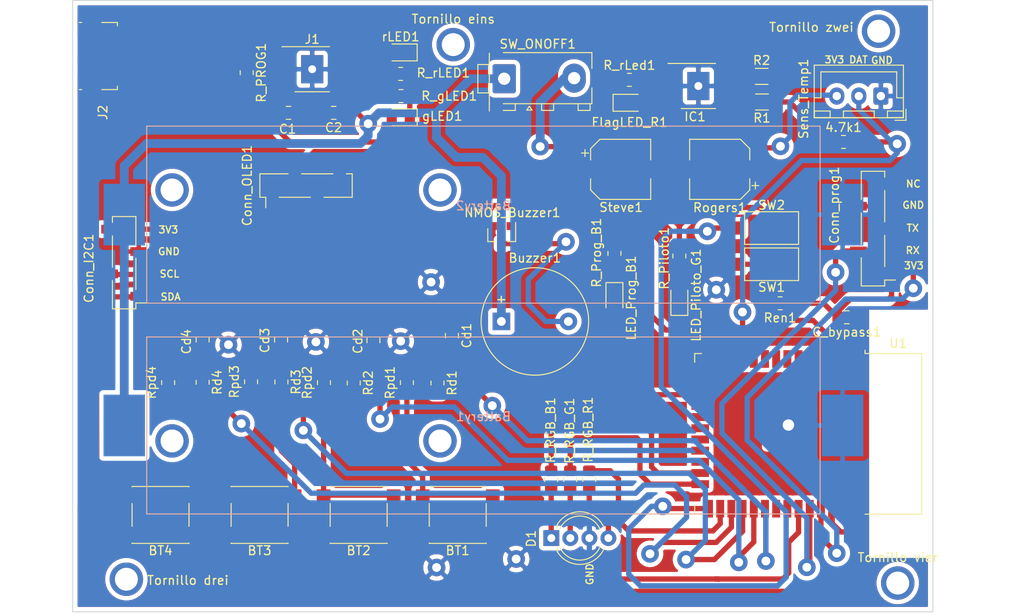
<source format=kicad_pcb>
(kicad_pcb (version 20211014) (generator pcbnew)
  (layers (0 "F.Cu" signal) (31 "B.Cu" signal) (34 "B.Paste" user) (35 "F.Paste" user) (36 "B.SilkS" user "B.Silkscreen") (37 "F.SilkS" user "F.Silkscreen") (38 "B.Mask" user) (39 "F.Mask" user) (44 "Edge.Cuts" user))
  (net 0 "")
  (net 1 "Net-(IC1-Pad7)")
  (net 2 "Net-(IC1-Pad8)")
  (net 3 "/3.3v")
  (net 4 "Net-(4.7k1-Pad2)")
  (net 5 "/Batt")
  (net 6 "GND")
  (net 7 "Net-(BT1-Pad2)")
  (net 8 "Net-(BT2-Pad2)")
  (net 9 "Net-(BT3-Pad2)")
  (net 10 "Net-(BT4-Pad2)")
  (net 11 "Net-(Buzzer1-Pad2)")
  (net 12 "Net-(C1-Pad1)")
  (net 13 "/Button1/Sw")
  (net 14 "/Button2 /Sw")
  (net 15 "/Button3/Sw")
  (net 16 "/Button4/Sw")
  (net 17 "Net-(Conn_I2C1-Pad2)")
  (net 18 "Net-(D1-Pad1)")
  (net 19 "Net-(D1-Pad2)")
  (net 20 "Net-(FlagLED_R1-Pad1)")
  (net 21 "Net-(FlagLED_R1-Pad2)")
  (net 22 "Net-(R_gLED1-Pad2)")
  (net 23 "Net-(J1-Pad2)")
  (net 24 "Net-(J1-Pad6)")
  (net 25 "Net-(J1-Pad7)")
  (net 26 "Net-(J1-Pad8)")
  (net 27 "Net-(J2-Pad3)")
  (net 28 "Net-(LED_Piloto_G1-Pad2)")
  (net 29 "Net-(LED_Prog_B1-Pad2)")
  (net 30 "Net-(LED_Prog_B1-Pad1)")
  (net 31 "Net-(NMOS_Buzzer1-Pad1)")
  (net 32 "Net-(R_RGB_B1-Pad2)")
  (net 33 "Net-(R_RGB_G1-Pad2)")
  (net 34 "Net-(R_RGB_R1-Pad2)")
  (net 35 "Net-(R_rLED1-Pad1)")
  (net 36 "Net-(Ren1-Pad2)")
  (net 37 "Net-(SW2-Pad1)")
  (net 38 "Net-(U1-Pad4)")
  (net 39 "Net-(U1-Pad5)")
  (net 40 "Net-(U1-Pad13)")
  (net 41 "Net-(U1-Pad14)")
  (net 42 "Net-(U1-Pad17)")
  (net 43 "Net-(U1-Pad18)")
  (net 44 "Net-(U1-Pad19)")
  (net 45 "Net-(U1-Pad20)")
  (net 46 "Net-(U1-Pad21)")
  (net 47 "Net-(U1-Pad22)")
  (net 48 "Net-(U1-Pad31)")
  (net 49 "Net-(U1-Pad32)")
  (net 50 "Net-(Conn_prog1-Pad5)")
  (net 51 "Net-(Conn_prog1-Pad3)")
  (net 52 "Net-(Conn_prog1-Pad2)")
  (net 53 "Net-(U1-Pad10)")
  (net 54 "Net-(U1-Pad37)")
  (net 55 "Net-(D1-Pad4)")
  (net 56 "Net-(U1-Pad6)")
  (net 57 "Net-(U1-Pad7)")
  (net 58 "Net-(U1-Pad8)")
  (net 59 "Net-(U1-Pad9)")
  (net 60 "Net-(Conn_I2C1-Pad1)")
  (footprint "Capacitor_SMD:C_0805_2012Metric_Pad1.18x1.45mm_HandSolder" (layer "F.Cu") (at 84.8614 129.2606 -90)
    (fp_text reference "Cd3")
    (fp_text value "0.1u")
  )
  (footprint "Capacitor_SMD:C_0805_2012Metric_Pad1.18x1.45mm_HandSolder" (layer "F.Cu") (at 85.7035 103.505)
    (fp_text reference "C1")
    (fp_text value "10u")
  )
  (footprint "Capacitor_SMD:C_0805_2012Metric_Pad1.18x1.45mm_HandSolder" (layer "F.Cu") (at 90.8265 103.505 180)
    (fp_text reference "C2")
    (fp_text value "10u")
  )
  (footprint "Package_SO:SOIC-8-1EP_3.9x4.9mm_P1.27mm_EP2.514x3.2mm" (layer "F.Cu") (at 88.392 98.552)
    (fp_text reference "J1")
    (fp_text value "TP4056")
  )
  (footprint "Resistor_SMD:R_0805_2012Metric_Pad1.20x1.40mm_HandSolder" (layer "F.Cu") (at 84.8995 134.0645 -90)
    (fp_text reference "Rd3")
    (fp_text value "1k")
  )
  (footprint "Resistor_SMD:R_0805_2012Metric_Pad1.20x1.40mm_HandSolder" (layer "F.Cu") (at 93.1037 134.1755 -90)
    (fp_text reference "Rd2")
    (fp_text value "1k")
  )
  (footprint "Resistor_SMD:R_0805_2012Metric_Pad1.20x1.40mm_HandSolder" (layer "F.Cu") (at 89.7255 134.1374 90)
    (fp_text reference "Rpd2")
    (fp_text value "10k")
  )
  (footprint "Resistor_SMD:R_0805_2012Metric_Pad1.20x1.40mm_HandSolder" (layer "F.Cu") (at 99.1362 134.1374 90)
    (fp_text reference "Rpd1")
    (fp_text value "10k")
  )
  (footprint "Resistor_SMD:R_0805_2012Metric_Pad1.20x1.40mm_HandSolder" (layer "F.Cu") (at 81.4578 134.0485 90)
    (fp_text reference "Rpd3")
    (fp_text value "10k")
  )
  (footprint "Connector_JST:JST_XH_B3B-XH-A_1x03_P2.50mm_Vertical" (layer "F.Cu") (at 152.908 101.6 180)
    (fp_text reference "Sens_Temp1")
    (fp_text value "DS18B20")
  )
  (footprint "Resistor_SMD:R_0805_2012Metric_Pad1.20x1.40mm_HandSolder" (layer "F.Cu") (at 141.4813 125.1331 180)
    (fp_text reference "Ren1")
    (fp_text value "10k")
  )
  (footprint "Resistor_SMD:R_0805_2012Metric_Pad1.20x1.40mm_HandSolder" (layer "F.Cu") (at 119.8245 145.145 90)
    (fp_text reference "R_RGB_R1")
    (fp_text value "180")
  )
  (footprint "Resistor_SMD:R_0805_2012Metric_Pad1.20x1.40mm_HandSolder" (layer "F.Cu") (at 117.6655 145.145 90)
    (fp_text reference "R_RGB_G1")
    (fp_text value "47")
  )
  (footprint "Resistor_SMD:R_0805_2012Metric_Pad1.20x1.40mm_HandSolder" (layer "F.Cu") (at 115.5065 145.145 90)
    (fp_text reference "R_RGB_B1")
    (fp_text value "47")
  )
  (footprint "Resistor_SMD:R_0805_2012Metric_Pad1.20x1.40mm_HandSolder" (layer "F.Cu") (at 122.682 119.4595 -90)
    (fp_text reference "R_Prog_B1")
    (fp_text value "47")
  )
  (footprint "Resistor_SMD:R_0805_2012Metric_Pad1.20x1.40mm_HandSolder" (layer "F.Cu") (at 130.048 119.761 -90)
    (fp_text reference "R_Piloto1")
    (fp_text value "180")
  )
  (footprint "Package_TO_SOT_SMD:SOT-23" (layer "F.Cu") (at 109.8931 117.3607 -90)
    (fp_text reference "NMOS_Buzzer1")
    (fp_text value "Q_NMOS_GSD")
  )
  (footprint "LED_SMD:LED_0805_2012Metric_Pad1.15x1.40mm_HandSolder" (layer "F.Cu") (at 122.682 124.6415 -90)
    (fp_text reference "LED_Prog_B1")
    (fp_text value "LED")
  )
  (footprint "LED_SMD:LED_0805_2012Metric_Pad1.15x1.40mm_HandSolder" (layer "F.Cu") (at 130.048 124.6415 90)
    (fp_text reference "LED_Piloto_G1")
    (fp_text value "LED")
  )
  (footprint "LED_THT:LED_D5.0mm-4_RGB_Wide_Pins" (layer "F.Cu") (at 115.5192 151.7904)
    (fp_text reference "D1")
    (fp_text value "LED_RGBC")
  )
  (footprint "Connector_PinSocket_2.54mm:PinSocket_1x05_P2.54mm_Vertical_SMD_Pin1Left" (layer "F.Cu") (at 152.019 116.6495 180)
    (fp_text reference "Conn_prog1")
    (fp_text value "Conn_01x05_Female")
  )
  (footprint "Buzzer_Beeper:Buzzer_12x9.5RM7.6" (layer "F.Cu") (at 109.855 127.1905)
    (fp_text reference "Buzzer1")
    (fp_text value "Buzzer")
  )
  (footprint "Resistor_SMD:R_0805_2012Metric_Pad1.20x1.40mm_HandSolder" (layer "F.Cu") (at 148.6695 106.807)
    (fp_text reference "4.7k1")
    (fp_text value "R_OneWire")
  )
  (footprint "Connector_TE-Connectivity:TE_MATE-N-LOK_1-770866-x_1x02_P4.14mm_Vertical" (layer "F.Cu") (at 113.03 99.568 90)
    (fp_text reference "SW_ONOFF1")
    (fp_text value "SW_Push")
  )
  (footprint "Button_Switch_SMD:SW_Push_1P1T_NO_6x6mm_H9.5mm" (layer "F.Cu") (at 71.1835 149.1615 180)
    (fp_text reference "BT4")
    (fp_text value "SW_Push")
  )
  (footprint "Button_Switch_SMD:SW_Push_1P1T_NO_6x6mm_H9.5mm" (layer "F.Cu") (at 82.423 149.1615 180)
    (fp_text reference "BT3")
    (fp_text value "SW_Push")
  )
  (footprint "Button_Switch_SMD:SW_Push_1P1T_NO_6x6mm_H9.5mm" (layer "F.Cu") (at 93.6625 149.1615 180)
    (fp_text reference "BT2")
    (fp_text value "SW_Push")
  )
  (footprint "Button_Switch_SMD:SW_Push_1P1T_NO_6x6mm_H9.5mm" (layer "F.Cu") (at 104.9025 149.1615 180)
    (fp_text reference "BT1")
    (fp_text value "SW_Push")
  )
  (footprint "Capacitor_SMD:CP_Elec_6.3x5.9" (layer "F.Cu") (at 134.626 109.9185 180)
    (fp_text reference "Rogers1")
    (fp_text value "47u")
  )
  (footprint "Resistor_SMD:R_0805_2012Metric_Pad1.20x1.40mm_HandSolder" (layer "F.Cu") (at 124.3805 99.7585)
    (fp_text reference "R_rLed1")
    (fp_text value "270")
  )
  (footprint "Resistor_SMD:R_1206_3216Metric_Pad1.30x1.75mm_HandSolder" (layer "F.Cu") (at 139.3825 99.3648)
    (fp_text reference "R2")
    (fp_text value "4.02k")
  )
  (footprint "Resistor_SMD:R_1206_3216Metric_Pad1.30x1.75mm_HandSolder" (layer "F.Cu") (at 139.4206 102.2731 180)
    (fp_text reference "R1")
    (fp_text value "6.98k")
  )
  (footprint "Package_SO:SOIC-8-1EP_3.9x4.9mm_P1.27mm_EP2.514x3.2mm" (layer "F.Cu") (at 132.207 100.457)
    (fp_text reference "IC1")
    (fp_text value "MIC37303YME")
  )
  (footprint "LED_SMD:LED_0805_2012Metric_Pad1.15x1.40mm_HandSolder" (layer "F.Cu") (at 124.3875 102.362)
    (fp_text reference "FlagLED_R1")
    (fp_text value "LED")
  )
  (footprint "Capacitor_SMD:CP_Elec_6.3x5.9" (layer "F.Cu") (at 123.3865 109.9185)
    (fp_text reference "Steve1")
    (fp_text value "47u")
  )
  (footprint "Resistor_SMD:R_0805_2012Metric_Pad1.20x1.40mm_HandSolder" (layer "F.Cu") (at 75.9587 134.0993 -90)
    (fp_text reference "Rd4")
    (fp_text value "1k")
  )
  (footprint "Resistor_SMD:R_0805_2012Metric_Pad1.20x1.40mm_HandSolder" (layer "F.Cu") (at 72.0471 134.1374 90)
    (fp_text reference "Rpd4")
    (fp_text value "10k")
  )
  (footprint "Capacitor_SMD:C_0805_2012Metric_Pad1.18x1.45mm_HandSolder" (layer "F.Cu") (at 75.9587 129.2606 -90)
    (fp_text reference "Cd4")
    (fp_text value "0.1u")
  )
  (footprint "Resistor_SMD:R_0805_2012Metric_Pad1.20x1.40mm_HandSolder" (layer "F.Cu") (at 102.6033 134.1755 -90)
    (fp_text reference "Rd1")
    (fp_text value "1k")
  )
  (footprint "Resistor_SMD:R_0805_2012Metric_Pad1.20x1.40mm_HandSolder" (layer "F.Cu") (at 98.4664 101.6)
    (fp_text reference "R_gLED1")
    (fp_text value "1k")
  )
  (footprint "LED_SMD:LED_0805_2012Metric_Pad1.15x1.40mm_HandSolder" (layer "F.Cu") (at 98.4414 104.013 180)
    (fp_text reference "gLED1")
    (fp_text value "LED")
  )
  (footprint "Resistor_SMD:R_0805_2012Metric_Pad1.20x1.40mm_HandSolder" (layer "F.Cu") (at 80.9625 98.949 -90)
    (fp_text reference "R_PROG1")
    (fp_text value "4.7k")
  )
  (footprint "LED_SMD:LED_0805_2012Metric_Pad1.15x1.40mm_HandSolder" (layer "F.Cu") (at 98.4414 96.647 180)
    (fp_text reference "rLED1")
    (fp_text value "LED")
  )
  (footprint "Connector_USB:USB_Micro-B_Molex_47346-0001" (layer "F.Cu") (at 64.5795 97.0534 -90)
    (fp_text reference "J2")
    (fp_text value "USB_B_Micro")
  )
  (footprint "MountingHole:MountingHole_2.2mm_M2_DIN965_Pad" (layer "F.Cu") (at 104.394 95.758)
    (fp_text reference "Tornillo eins")
    (fp_text value "MountingHole_2.2mm_M2_DIN965_Pad")
  )
  (footprint "MountingHole:MountingHole_2.2mm_M2_DIN965_Pad" (layer "F.Cu") (at 152.654 94.234)
    (fp_text reference "Tornillo zwei")
    (fp_text value "MountingHole_2.2mm_M2_DIN965_Pad")
  )
  (footprint "MountingHole:MountingHole_2.2mm_M2_DIN965_Pad" (layer "F.Cu") (at 67.31 156.464)
    (fp_text reference "Tornillo drei")
    (fp_text value "MountingHole_2.2mm_M2_DIN965_Pad")
  )
  (footprint "MountingHole:MountingHole_2.2mm_M2_DIN965_Pad" (layer "F.Cu") (at 154.8257 156.8958)
    (fp_text reference "Tornillo vier")
    (fp_text value "MountingHole_2.2mm_M2_DIN965_Pad")
  )
  (footprint "Button_Switch_SMD:SW_SPST_CK_RS282G05A3" (layer "F.Cu") (at 140.5128 120.7008 180)
    (fp_text reference "SW1")
    (fp_text value "SW_Push")
  )
  (footprint "Button_Switch_SMD:SW_SPST_CK_RS282G05A3" (layer "F.Cu") (at 140.5128 116.586)
    (fp_text reference "SW2")
    (fp_text value "SW_Push")
  )
  (footprint "Capacitor_SMD:C_0805_2012Metric_Pad1.18x1.45mm_HandSolder" (layer "F.Cu") (at 149.0384 126.7206 180)
    (fp_text reference "C_bypass1")
    (fp_text value "100pF")
  )
  (footprint "Connector_PinSocket_2.54mm:PinSocket_1x04_P2.54mm_Vertical_SMD_Pin1Left" (layer "F.Cu") (at 67.056 120.523 180)
    (fp_text reference "Conn_I2C1")
    (fp_text value "Conn_01x04_Female")
  )
  (footprint "Resistor_SMD:R_0805_2012Metric_Pad1.20x1.40mm_HandSolder" (layer "F.Cu") (at 98.4283 99.0854 180)
    (fp_text reference "R_rLED1")
    (fp_text value "1k")
  )
  (footprint "Capacitor_SMD:C_0805_2012Metric_Pad1.18x1.45mm_HandSolder" (layer "F.Cu") (at 104.2416 128.8034 -90)
    (fp_text reference "Cd1")
    (fp_text value "0.1u")
  )
  (footprint "Connector_PinSocket_2.54mm:PinSocket_1x04_P2.54mm_Vertical_SMD_Pin1Left" (layer "F.Cu") (at 87.6935 111.76 90)
    (fp_text reference "Conn_OLED1")
    (fp_text value "Conn_01x04_Female")
  )
  (footprint "Connector_Pin:Pin_D1.0mm_L10.0mm" (layer "F.Cu") (at 133.223 116.9543)
    (fp_text reference "REF**")
    (fp_text value "Pin_D1.0mm_L10.0mm")
  )
  (footprint "Connector_Pin:Pin_D1.0mm_L10.0mm" (layer "F.Cu") (at 80.3529 138.7856)
    (fp_text reference "REF**")
    (fp_text value "Pin_D1.0mm_L10.0mm")
  )
  (footprint "Connector_Pin:Pin_D1.0mm_L10.0mm" (layer "F.Cu") (at 141.5161 107.3023)
    (fp_text reference "REF**")
    (fp_text value "Pin_D1.0mm_L10.0mm")
  )
  (footprint "Connector_Pin:Pin_D1.0mm_L10.0mm" (layer "F.Cu") (at 137.2108 126.1237)
    (fp_text reference "REF**")
    (fp_text value "Pin_D1.0mm_L10.0mm")
  )
  (footprint "Connector_Pin:Pin_D1.0mm_L10.0mm" (layer "F.Cu") (at 144.5133 155.1051)
    (fp_text reference "REF**")
    (fp_text value "Pin_D1.0mm_L10.0mm")
  )
  (footprint "Connector_Pin:Pin_D1.0mm_L10.0mm" (layer "F.Cu") (at 117.1829 118.1481)
    (fp_text reference "REF**")
    (fp_text value "Pin_D1.0mm_L10.0mm")
  )
  (footprint "Connector_Pin:Pin_D1.0mm_L10.0mm" (layer "F.Cu") (at 114.2619 107.3404)
    (fp_text reference "REF**")
    (fp_text value "Pin_D1.0mm_L10.0mm")
  )
  (footprint "Connector_Pin:Pin_D1.0mm_L10.0mm" (layer "F.Cu") (at 147.9042 153.5049)
    (fp_text reference "REF**")
    (fp_text value "Pin_D1.0mm_L10.0mm")
  )
  (footprint "Connector_Pin:Pin_D1.0mm_L10.0mm" (layer "F.Cu") (at 154.7622 107.0229)
    (fp_text reference "REF**")
    (fp_text value "Pin_D1.0mm_L10.0mm")
  )
  (footprint "Connector_Pin:Pin_D1.0mm_L10.0mm" (layer "F.Cu") (at 130.81 154.2288)
    (fp_text reference "REF**")
    (fp_text value "Pin_D1.0mm_L10.0mm")
  )
  (footprint "Connector_Pin:Pin_D1.0mm_L10.0mm" (layer "F.Cu") (at 139.8651 154.3939)
    (fp_text reference "REF**")
    (fp_text value "Pin_D1.0mm_L10.0mm")
  )
  (footprint "Connector_Pin:Pin_D1.0mm_L10.0mm" (layer "F.Cu") (at 87.3887 139.5603)
    (fp_text reference "REF**")
    (fp_text value "Pin_D1.0mm_L10.0mm")
  )
  (footprint "Connector_Pin:Pin_D1.0mm_L10.0mm" (layer "F.Cu") (at 128.1684 148.1836)
    (fp_text reference "REF**")
    (fp_text value "Pin_D1.0mm_L10.0mm")
  )
  (footprint "Connector_Pin:Pin_D1.0mm_L10.0mm" (layer "F.Cu") (at 108.8263 136.7536)
    (fp_text reference "REF**")
    (fp_text value "Pin_D1.0mm_L10.0mm")
  )
  (footprint "Connector_Pin:Pin_D1.0mm_L10.0mm" (layer "F.Cu") (at 96.0882 138.2776)
    (fp_text reference "REF**")
    (fp_text value "Pin_D1.0mm_L10.0mm")
  )
  (footprint "Connector_Pin:Pin_D1.0mm_L10.0mm" (layer "F.Cu") (at 126.7206 153.5811)
    (fp_text reference "REF**")
    (fp_text value "Pin_D1.0mm_L10.0mm")
  )
  (footprint "Connector_Pin:Pin_D1.0mm_L10.0mm" (layer "F.Cu") (at 136.7917 154.5463)
    (fp_text reference "REF**")
    (fp_text value "Pin_D1.0mm_L10.0mm")
  )
  (footprint "RF_Module:ESP32-WROOM-32" (layer "F.Cu") (at 141.6685 139.954 -90)
    (fp_text reference "U1")
    (fp_text value "ESP32-WROOM-32")
  )
  (footprint "Connector_Pin:Pin_D1.0mm_L10.0mm" (layer "F.Cu") (at 147.7772 121.6152)
    (fp_text reference "REF**")
    (fp_text value "Pin_D1.0mm_L10.0mm")
  )
  (footprint "Connector_Pin:Pin_D1.0mm_L10.0mm" (layer "F.Cu") (at 156.591 123.4186)
    (fp_text reference "REF**")
    (fp_text value "Pin_D1.0mm_L10.0mm")
  )
  (footprint "Connector_Pin:Pin_D1.0mm_L10.0mm" (layer "F.Cu") (at 78.8924 129.8321)
    (fp_text reference "REF**")
    (fp_text value "Pin_D1.0mm_L10.0mm")
  )
  (footprint "Connector_Pin:Pin_D1.0mm_L10.0mm" (layer "F.Cu") (at 88.8111 129.5146)
    (fp_text reference "REF**")
    (fp_text value "Pin_D1.0mm_L10.0mm")
  )
  (footprint "Connector_Pin:Pin_D1.0mm_L10.0mm" (layer "F.Cu") (at 134.239 123.5964)
    (fp_text reference "REF**")
    (fp_text value "Pin_D1.0mm_L10.0mm")
  )
  (footprint "Connector_Pin:Pin_D1.0mm_L10.0mm" (layer "F.Cu") (at 98.4377 129.4257)
    (fp_text reference "REF**")
    (fp_text value "Pin_D1.0mm_L10.0mm")
  )
  (footprint "Capacitor_SMD:C_0805_2012Metric_Pad1.18x1.45mm_HandSolder" (layer "F.Cu") (at 95.3389 129.3495 -90)
    (fp_text reference "Cd2")
    (fp_text value "0.1u")
  )
  (footprint "Connector_Pin:Pin_D1.0mm_L10.0mm" (layer "F.Cu") (at 101.8794 122.7201)
    (fp_text reference "REF**")
    (fp_text value "Pin_D1.0mm_L10.0mm")
  )
  (footprint "Connector_Pin:Pin_D1.0mm_L10.0mm" (layer "F.Cu") (at 111.5314 154.1653)
    (fp_text reference "REF**")
    (fp_text value "Pin_D1.0mm_L10.0mm")
  )
  (footprint "Connector_Pin:Pin_D1.0mm_L10.0mm" (layer "F.Cu") (at 102.5017 155.1305)
    (fp_text reference "REF**")
    (fp_text value "Pin_D1.0mm_L10.0mm")
  )
  (footprint "Connector_Pin:Pin_D1.0mm_L10.0mm" (layer "F.Cu") (at 94.742 104.7369)
    (fp_text reference "REF**")
    (fp_text value "Pin_D1.0mm_L10.0mm")
  )
  (footprint "Battery:BatteryHolder_MPD_BH-18650-PC2" (layer "B.Cu") (at 71.8185 115.062)
    (fp_text reference "Battery2")
    (fp_text value "Battery_Cell")
  )
  (footprint "Battery:BatteryHolder_MPD_BH-18650-PC2" (layer "B.Cu") (at 71.8185 139.0015)
    (fp_text reference "Battery1")
    (fp_text value "Battery_Cell")
  )
  (gr_line (start 158.8135 90.7415) (end 158.8135 160.1625) (layer "Edge.Cuts") (width 0.1))
  (gr_line (start 61.214 160.1625) (end 61.214 90.7415) (layer "Edge.Cuts") (width 0.1))
  (gr_line (start 61.214 90.7415) (end 158.8135 90.7415) (layer "Edge.Cuts") (width 0.1))
  (gr_line (start 158.8135 160.1625) (end 61.214 160.1625) (layer "Edge.Cuts") (width 0.1))
  (gr_text "NC" (at 156.591 111.5695) (layer "F.SilkS") (effects (font (size 0.8 0.8))))
  (gr_text "TX" (at 156.5275 116.586) (layer "F.SilkS") (effects (font (size 0.8 0.8))))
  (gr_text "RX" (at 156.5275 119.126) (layer "F.SilkS") (effects (font (size 0.8 0.8))))
  (gr_text "3V3" (at 156.6545 120.8532) (layer "F.SilkS") (effects (font (size 0.8 0.8))))
  (gr_text "3V3" (at 147.6375 97.4725) (layer "F.SilkS") (effects (font (size 0.8 0.8))))
  (gr_text "GND" (at 153.035 97.536) (layer "F.SilkS") (effects (font (size 0.8 0.8))))
  (gr_text "DAT" (at 150.368 97.4725) (layer "F.SilkS") (effects (font (size 0.8 0.8))))
  (gr_text "GND" (at 72.136 119.253) (layer "F.SilkS") (effects (font (size 0.8 0.8))))
  (gr_text "3V3" (at 72.0725 116.7765) (layer "F.SilkS") (effects (font (size 0.8 0.8))))
  (gr_text "SCL" (at 72.1995 121.793) (layer "F.SilkS") (effects (font (size 0.8 0.8))))
  (gr_text "SDA" (at 72.3265 124.3965) (layer "F.SilkS") (effects (font (size 0.8 0.8))))
  (gr_text "GND" (at 119.888 155.8925 90) (layer "F.SilkS") (effects (font (size 0.8 0.8))))
  (gr_text "GND" (at 156.591 113.9825) (layer "F.SilkS") (effects (font (size 0.8 0.8))))
  (segment (start 137.6299 99.3648) (end 137.1727 99.822) (width 0.6) (layer "F.Cu") (net 1))
  (segment (start 137.8706 102.2731) (end 137.8706 99.4029) (width 0.6) (layer "F.Cu") (net 1))
  (segment (start 137.8706 99.4029) (end 137.8325 99.3648) (width 0.6) (layer "F.Cu") (net 1))
  (segment (start 137.8325 99.3648) (end 137.6299 99.3648) (width 0.6) (layer "F.Cu") (net 1))
  (segment (start 137.1727 99.822) (end 134.8445 99.822) (width 0.6) (layer "F.Cu") (net 1))
  (segment (start 125.3805 97.9363) (end 126.7968 96.52) (width 0.6) (layer "F.Cu") (net 2))
  (segment (start 134.8445 97.0493) (end 134.8445 98.552) (width 0.6) (layer "F.Cu") (net 2))
  (segment (start 125.3805 99.7585) (end 125.3805 97.9363) (width 0.6) (layer "F.Cu") (net 2))
  (segment (start 126.7968 96.52) (end 134.3152 96.52) (width 0.6) (layer "F.Cu") (net 2))
  (segment (start 134.3152 96.52) (end 134.8445 97.0493) (width 0.6) (layer "F.Cu") (net 2))
  (segment (start 91.7321 131.7752) (end 91.7321 126.238) (width 0.6) (layer "F.Cu") (net 3))
  (segment (start 144.4244 104.14) (end 144.4244 106.172) (width 0.6) (layer "F.Cu") (net 3))
  (segment (start 72.0471 128.0033) (end 73.8124 126.238) (width 0.6) (layer "F.Cu") (net 3))
  (segment (start 142.6464 102.362) (end 144.4244 104.14) (width 0.6) (layer "F.Cu") (net 3))
  (segment (start 139.192 114.2492) (end 141.478 116.5352) (width 0.6) (layer "F.Cu") (net 3))
  (segment (start 142.6083 102.2731) (end 142.6464 102.3112) (width 0.6) (layer "F.Cu") (net 3))
  (segment (start 99.1362 133.1374) (end 99.1362 132.9817) (width 0.6) (layer "F.Cu") (net 3))
  (segment (start 144.4244 106.172) (end 145.0594 106.807) (width 0.6) (layer "F.Cu") (net 3))
  (segment (start 83.7692 126.238) (end 91.0336 126.238) (width 0.6) (layer "F.Cu") (net 3))
  (segment (start 99.3648 126.238) (end 96.9772 126.238) (width 0.6) (layer "F.Cu") (net 3))
  (segment (start 86.4235 115.062) (end 84.7725 116.713) (width 0.6) (layer "F.Cu") (net 3))
  (segment (start 130.048 118.761) (end 130.048 116.332) (width 0.6) (layer "F.Cu") (net 3))
  (segment (start 135.3312 114.2492) (end 139.192 114.2492) (width 0.6) (layer "F.Cu") (net 3))
  (segment (start 73.8124 126.238) (end 81.661 126.238) (width 0.6) (layer "F.Cu") (net 3))
  (segment (start 141.3376 107.4808) (end 141.5161 107.3023) (width 0.6) (layer "F.Cu") (net 3))
  (segment (start 140.176 103.5116) (end 140.5951 103.5116) (width 0.6) (layer "F.Cu") (net 3))
  (segment (start 91.7321 126.238) (end 91.0336 126.238) (width 0.6) (layer "F.Cu") (net 3))
  (segment (start 88.6343 107.8992) (end 86.4235 110.11) (width 0.6) (layer "F.Cu") (net 3))
  (segment (start 148.0009 126.7206) (end 148.0009 126.1032) (width 0.6) (layer "F.Cu") (net 3))
  (segment (start 145.0594 106.807) (end 147.6695 106.807) (width 0.6) (layer "F.Cu") (net 3))
  (segment (start 138.7341 108.6104) (end 138.7341 107.4808) (width 0.6) (layer "F.Cu") (net 3))
  (segment (start 105.9688 117.094) (end 109.0168 114.046) (width 0.6) (layer "F.Cu") (net 3))
  (segment (start 148.6535 128.4224) (end 148.0009 127.7698) (width 0.6) (layer "F.Cu") (net 3))
  (segment (start 90.1192 133.0993) (end 90.408 133.0993) (width 0.6) (layer "F.Cu") (net 3))
  (segment (start 137.426 109.9185) (end 138.7341 108.6104) (width 0.6) (layer "F.Cu") (net 3))
  (segment (start 101.1936 128.0668) (end 99.3648 126.238) (width 0.6) (layer "F.Cu") (net 3))
  (segment (start 154.1272 122.1877) (end 153.669 121.7295) (width 0.6) (layer "F.Cu") (net 3))
  (segment (start 95.6564 121.6152) (end 95.6564 108.9152) (width 0.6) (layer "F.Cu") (net 3))
  (segment (start 86.4235 110.11) (end 86.4235 115.062) (width 0.6) (layer "F.Cu") (net 3))
  (segment (start 139.4968 104.1908) (end 140.176 103.5116) (width 0.6) (layer "F.Cu") (net 3))
  (segment (start 149.4409 124.6632) (end 153.7716 124.6632) (width 0.6) (layer "F.Cu") (net 3))
  (segment (start 95.6564 121.666) (end 100.2284 117.094) (width 0.6) (layer "F.Cu") (net 3))
  (segment (start 141.478 116.5479) (end 142.4813 117.5512) (width 0.6) (layer "F.Cu") (net 3))
  (segment (start 127.762 114.046) (end 130.048 116.332) (width 0.6) (layer "F.Cu") (net 3))
  (segment (start 94.6404 107.8992) (end 88.6343 107.8992) (width 0.6) (layer "F.Cu") (net 3))
  (segment (start 138.7341 107.4808) (end 138.7341 104.3425) (width 0.6) (layer "F.Cu") (net 3))
  (segment (start 130.048 116.332) (end 132.1308 114.2492) (width 0.6) (layer "F.Cu") (net 3))
  (segment (start 135.2804 104.1908) (end 138.5824 104.1908) (width 0.6) (layer "F.Cu") (net 3))
  (segment (start 100.2284 117.094) (end 105.9688 117.094) (width 0.6) (layer "F.Cu") (net 3))
  (segment (start 146.4134 125.1331) (end 148.0009 126.7206) (width 0.6) (layer "F.Cu") (net 3))
  (segment (start 90.408 133.0993) (end 91.7321 131.7752) (width 0.6) (layer "F.Cu") (net 3))
  (segment (start 132.1308 114.2492) (end 135.3312 114.2492) (width 0.6) (layer "F.Cu") (net 3))
  (segment (start 134.8445 102.362) (end 134.8445 103.7549) (width 0.6) (layer "F.Cu") (net 3))
  (segment (start 154.1272 124.3076) (end 154.1272 122.1877) (width 0.6) (layer "F.Cu") (net 3))
  (segment (start 148.6535 131.454) (end 148.6535 128.4224) (width 0.6) (layer "F.Cu") (net 3))
  (segment (start 141.478 116.5352) (end 141.478 116.5479) (width 0.6) (layer "F.Cu") (net 3))
  (segment (start 72.0471 133.1374) (end 72.0471 128.0033) (width 0.6) (layer "F.Cu") (net 3))
  (segment (start 96.9772 126.238) (end 91.7321 126.238) (width 0.6) (layer "F.Cu") (net 3))
  (segment (start 148.0009 127.7698) (end 148.0009 126.7206) (width 0.6) (layer "F.Cu") (net 3))
  (segment (start 142.4813 117.5512) (end 142.4813 125.1331) (width 0.6) (layer "F.Cu") (net 3))
  (segment (start 81.4578 126.4412) (end 81.661 126.238) (width 0.6) (layer "F.Cu") (net 3))
  (segment (start 101.1936 130.9243) (end 101.1936 128.0668) (width 0.6) (layer "F.Cu") (net 3))
  (segment (start 142.4813 125.1331) (end 146.4134 125.1331) (width 0.6) (layer "F.Cu") (net 3))
  (segment (start 81.661 126.238) (end 83.7692 126.238) (width 0.6) (layer "F.Cu") (net 3))
  (segment (start 91.0336 126.238) (end 95.6564 121.6152) (width 0.6) (layer "F.Cu") (net 3))
  (segment (start 148.547 131.3475) (end 148.6535 131.454) (width 0.6) (layer "F.Cu") (net 3))
  (segment (start 99.1362 132.9817) (end 101.1936 130.9243) (width 0.6) (layer "F.Cu") (net 3))
  (segment (start 140.9706 103.1361) (end 140.9706 102.2731) (width 0.6) (layer "F.Cu") (net 3))
  (segment (start 138.7341 107.4808) (end 141.3376 107.4808) (width 0.6) (layer "F.Cu") (net 3))
  (segment (start 84.7725 116.713) (end 65.406 116.713) (width 0.6) (layer "F.Cu") (net 3))
  (segment (start 140.9706 102.2731) (end 142.6083 102.2731) (width 0.6) (layer "F.Cu") (net 3))
  (segment (start 109.0168 114.046) (end 127.762 114.046) (width 0.6) (layer "F.Cu") (net 3))
  (segment (start 135.3312 114.2492) (end 137.426 112.1544) (width 0.6) (layer "F.Cu") (net 3))
  (segment (start 95.6564 121.6152) (end 95.6564 121.666) (width 0.6) (layer "F.Cu") (net 3))
  (segment (start 134.8445 101.092) (end 134.8445 102.362) (width 0.6) (layer "F.Cu") (net 3))
  (segment (start 138.7341 104.3425) (end 138.5824 104.1908) (width 0.6) (layer "F.Cu") (net 3))
  (segment (start 153.7716 124.6632) (end 154.1272 124.3076) (width 0.6) (layer "F.Cu") (net 3))
  (segment (start 95.6564 108.9152) (end 94.6404 107.8992) (width 0.6) (layer "F.Cu") (net 3))
  (segment (start 137.426 112.1544) (end 137.426 109.9185) (width 0.6) (layer "F.Cu") (net 3))
  (segment (start 138.5824 104.1908) (end 139.4968 104.1908) (width 0.6) (layer "F.Cu") (net 3))
  (segment (start 148.0009 126.1032) (end 149.4409 124.6632) (width 0.6) (layer "F.Cu") (net 3))
  (segment (start 140.5951 103.5116) (end 140.9706 103.1361) (width 0.6) (layer "F.Cu") (net 3))
  (segment (start 134.8445 103.7549) (end 135.2804 104.1908) (width 0.6) (layer "F.Cu") (net 3))
  (segment (start 81.4578 133.0485) (end 81.4578 126.4412) (width 0.6) (layer "F.Cu") (net 3))
  (segment (start 142.6464 102.362) (end 142.6464 102.3112) (width 0.6) (layer "F.Cu") (net 3))
  (segment (start 147.908 101.6) (end 147.8064 101.4984) (width 0.6) (layer "B.Cu") (net 3))
  (segment (start 143.4338 101.4984) (end 142.5956 102.3366) (width 0.6) (layer "B.Cu") (net 3))
  (segment (start 142.5956 106.2228) (end 141.5161 107.3023) (width 0.6) (layer "B.Cu") (net 3))
  (segment (start 147.8064 101.4984) (end 143.4338 101.4984) (width 0.6) (layer "B.Cu") (net 3))
  (segment (start 142.5956 102.3366) (end 142.5956 106.2228) (width 0.6) (layer "B.Cu") (net 3))
  (segment (start 149.6695 106.807) (end 154.5463 106.807) (width 0.6) (layer "F.Cu") (net 4))
  (segment (start 137.2235 126.238) (end 137.4013 126.0602) (width 0.6) (layer "F.Cu") (net 4))
  (segment (start 154.5463 106.807) (end 154.7622 107.0229) (width 0.6) (layer "F.Cu") (net 4))
  (segment (start 137.2235 131.454) (end 137.2235 126.1364) (width 0.6) (layer "F.Cu") (net 4))
  (segment (start 137.2235 126.1364) (end 137.2108 126.1237) (width 0.6) (layer "F.Cu") (net 4))
  (segment (start 137.2235 115.6081) (end 143.9164 108.9152) (width 0.6) (layer "B.Cu") (net 4))
  (segment (start 150.408 103.1132) (end 151.9936 104.6988) (width 0.6) (layer "B.Cu") (net 4))
  (segment (start 137.2235 126.111) (end 137.2108 126.1237) (width 0.6) (layer "B.Cu") (net 4))
  (segment (start 154.3304 107.0229) (end 154.7622 107.0229) (width 0.6) (layer "B.Cu") (net 4))
  (segment (start 137.2235 115.6081) (end 137.2235 126.111) (width 0.6) (layer "B.Cu") (net 4))
  (segment (start 153.9113 108.9152) (end 154.7622 108.0643) (width 0.6) (layer "B.Cu") (net 4))
  (segment (start 143.9164 108.9152) (end 153.9113 108.9152) (width 0.6) (layer "B.Cu") (net 4))
  (segment (start 154.7622 108.0643) (end 154.7622 107.0229) (width 0.6) (layer "B.Cu") (net 4))
  (segment (start 152.0063 104.6988) (end 154.3304 107.0229) (width 0.6) (layer "B.Cu") (net 4))
  (segment (start 150.408 101.6) (end 150.408 103.1132) (width 0.6) (layer "B.Cu") (net 4))
  (segment (start 151.9936 104.6988) (end 152.0063 104.6988) (width 0.6) (layer "B.Cu") (net 4))
  (segment (start 93.5101 103.505) (end 94.742 104.7369) (width 0.6) (layer "F.Cu") (net 5))
  (segment (start 91.821 101.2485) (end 91.821 103.462) (width 0.6) (layer "F.Cu") (net 5))
  (segment (start 91.0295 100.457) (end 91.821 101.2485) (width 0.6) (layer "F.Cu") (net 5))
  (segment (start 91.821 103.462) (end 91.864 103.505) (width 0.6) (layer "F.Cu") (net 5))
  (segment (start 91.864 103.505) (end 93.5101 103.505) (width 0.6) (layer "F.Cu") (net 5))
  (segment (start 94.742 106.1085) (end 94.742 104.7369) (width 1) (layer "B.Cu") (net 5))
  (segment (start 102.489 106.299) (end 104.7496 108.5596) (width 1) (layer "B.Cu") (net 5))
  (segment (start 95.9739 103.505) (end 97.155 103.505) (width 1) (layer "B.Cu") (net 5))
  (segment (start 94.742 104.7369) (end 95.9739 103.505) (width 1) (layer "B.Cu") (net 5))
  (segment (start 69.6087 106.9848) (end 93.8657 106.9848) (width 1) (layer "B.Cu") (net 5))
  (segment (start 104.7496 108.5596) (end 107.7468 108.5596) (width 1) (layer "B.Cu") (net 5))
  (segment (start 93.8657 106.9848) (end 94.742 106.1085) (width 1) (layer "B.Cu") (net 5))
  (segment (start 67.0685 139.0015) (end 67.0685 115.062) (width 1) (layer "B.Cu") (net 5))
  (segment (start 97.155 103.505) (end 102.489 103.505) (width 1) (layer "B.Cu") (net 5))
  (segment (start 67.0685 109.525) (end 69.6087 106.9848) (width 1) (layer "B.Cu") (net 5))
  (segment (start 109.855 110.6678) (end 109.855 127.1905) (width 1) (layer "B.Cu") (net 5))
  (segment (start 102.489 103.505) (end 102.489 106.299) (width 1) (layer "B.Cu") (net 5))
  (segment (start 107.7468 108.5596) (end 109.855 110.6678) (width 1) (layer "B.Cu") (net 5))
  (segment (start 102.489 103.505) (end 106.3625 99.6315) (width 1) (layer "B.Cu") (net 5))
  (segment (start 67.0685 115.062) (end 67.0685 109.525) (width 1) (layer "B.Cu") (net 5))
  (segment (start 106.3625 99.6315) (end 110.1725 99.6315) (width 1) (layer "B.Cu") (net 5))
  (segment (start 66.0395 98.3534) (end 66.0395 99.6559) (width 0.6) (layer "F.Cu") (net 6))
  (segment (start 66.0395 98.3534) (end 68.2925 98.3534) (width 0.6) (layer "F.Cu") (net 6))
  (segment (start 66.0395 98.3534) (end 66.0395 99.4559) (width 0.25) (layer "F.Cu") (net 6))
  (segment (start 66.0395 98.3534) (end 67.8988 98.3534) (width 0.25) (layer "F.Cu") (net 6))
  (segment (start 66.0395 99.4559) (end 65.9545 99.5409) (width 0.25) (layer "F.Cu") (net 6))
  (segment (start 66.0395 99.6559) (end 65.9545 99.7409) (width 0.6) (layer "F.Cu") (net 6))
  (segment (start 119.8372 151.7904) (end 119.8372 149.6314) (width 0.6) (layer "B.Cu") (net 6))
  (segment (start 119.8372 149.6314) (end 119.8118 149.606) (width 0.6) (layer "B.Cu") (net 6))
  (segment (start 119.8372 151.7904) (end 119.8372 153.9367) (width 0.6) (layer "B.Cu") (net 6))
  (segment (start 100.9275 144.7171) (end 100.9275 146.9115) (width 0.6) (layer "F.Cu") (net 7))
  (segment (start 99.1362 142.9893) (end 99.1362 135.1374) (width 0.6) (layer "F.Cu") (net 7))
  (segment (start 100.864 144.7171) (end 99.1362 142.9893) (width 0.6) (layer "F.Cu") (net 7))
  (segment (start 99.1743 135.1755) (end 99.1362 135.1374) (width 0.6) (layer "F.Cu") (net 7))
  (segment (start 100.9275 146.9115) (end 108.8775 146.9115) (width 0.6) (layer "F.Cu") (net 7))
  (segment (start 102.6033 135.1755) (end 99.1743 135.1755) (width 0.6) (layer "F.Cu") (net 7))
  (segment (start 100.9275 144.7171) (end 100.864 144.7171) (width 0.6) (layer "F.Cu") (net 7))
  (segment (start 89.6875 143.1289) (end 89.6875 146.9115) (width 0.6) (layer "F.Cu") (net 8))
  (segment (start 93.1037 135.1755) (end 90.1954 135.1755) (width 0.6) (layer "F.Cu") (net 8))
  (segment (start 89.6875 146.9115) (end 97.6375 146.9115) (width 0.6) (layer "F.Cu") (net 8))
  (segment (start 90.1954 135.1755) (end 90.1192 135.0993) (width 0.6) (layer "F.Cu") (net 8))
  (segment (start 89.7161 135.0993) (end 89.6875 135.1279) (width 0.6) (layer "F.Cu") (net 8))
  (segment (start 90.1192 135.0993) (end 89.7161 135.0993) (width 0.6) (layer "F.Cu") (net 8))
  (segment (start 89.6875 135.1279) (end 89.6875 143.1289) (width 0.6) (layer "F.Cu") (net 8))
  (segment (start 86.398 143.3956) (end 86.398 146.9115) (width 0.6) (layer "F.Cu") (net 9))
  (segment (start 81.4738 135.0645) (end 81.4578 135.0485) (width 0.6) (layer "F.Cu") (net 9))
  (segment (start 84.8995 141.8971) (end 86.398 143.3956) (width 0.6) (layer "F.Cu") (net 9))
  (segment (start 78.448 146.9115) (end 86.398 146.9115) (width 0.6) (layer "F.Cu") (net 9))
  (segment (start 84.8995 135.0645) (end 81.4738 135.0645) (width 0.6) (layer "F.Cu") (net 9))
  (segment (start 84.8995 135.0645) (end 84.8995 141.8971) (width 0.6) (layer "F.Cu") (net 9))
  (segment (start 75.9206 135.1374) (end 75.9587 135.0993) (width 0.6) (layer "F.Cu") (net 10))
  (segment (start 75.1585 143.9927) (end 75.1585 146.9115) (width 0.6) (layer "F.Cu") (net 10))
  (segment (start 75.9587 135.0993) (end 75.9587 143.1925) (width 0.6) (layer "F.Cu") (net 10))
  (segment (start 75.9587 143.1925) (end 75.1585 143.9927) (width 0.6) (layer "F.Cu") (net 10))
  (segment (start 72.0471 135.1374) (end 75.9206 135.1374) (width 0.6) (layer "F.Cu") (net 10))
  (segment (start 67.2085 146.9115) (end 75.1585 146.9115) (width 0.6) (layer "F.Cu") (net 10))
  (segment (start 109.8931 118.3607) (end 116.9703 118.3607) (width 0.6) (layer "F.Cu") (net 11))
  (segment (start 116.9703 118.3607) (end 117.1829 118.1481) (width 0.6) (layer "F.Cu") (net 11))
  (segment (start 112.903 122.428) (end 117.1829 118.1481) (width 0.6) (layer "B.Cu") (net 11))
  (segment (start 112.903 125.1966) (end 112.903 122.428) (width 0.6) (layer "B.Cu") (net 11))
  (segment (start 117.455 127.1905) (end 114.8969 127.1905) (width 0.6) (layer "B.Cu") (net 11))
  (segment (start 114.8969 127.1905) (end 112.903 125.1966) (width 0.6) (layer "B.Cu") (net 11))
  (segment (start 85.7545 100.457) (end 84.709 101.5025) (width 0.6) (layer "F.Cu") (net 12))
  (segment (start 66.0395 95.7534) (end 68.8929 95.7534) (width 0.6) (layer "F.Cu") (net 12))
  (segment (start 97.4164 106.6345) (end 97.2312 106.8197) (width 0.6) (layer "F.Cu") (net 12))
  (segment (start 84.709 103.462) (end 84.666 103.505) (width 0.6) (layer "F.Cu") (net 12))
  (segment (start 97.2312 106.8197) (end 85.8647 106.8197) (width 0.6) (layer "F.Cu") (net 12))
  (segment (start 97.4164 104.013) (end 97.4164 106.6345) (width 0.6) (layer "F.Cu") (net 12))
  (segment (start 84.709 101.727) (end 84.709 103.462) (width 0.6) (layer "F.Cu") (net 12))
  (segment (start 79.756 101.727) (end 84.709 101.727) (width 0.6) (layer "F.Cu") (net 12))
  (segment (start 68.8929 95.7534) (end 73.7824 95.7534) (width 0.6) (layer "F.Cu") (net 12))
  (segment (start 84.666 105.621) (end 84.666 103.505) (width 0.6) (layer "F.Cu") (net 12))
  (segment (start 84.709 101.5025) (end 84.709 101.727) (width 0.6) (layer "F.Cu") (net 12))
  (segment (start 68.4865 95.7534) (end 68.8929 95.7534) (width 0.6) (layer "F.Cu") (net 12))
  (segment (start 66.0395 95.7534) (end 68.4865 95.7534) (width 0.25) (layer "F.Cu") (net 12))
  (segment (start 73.7824 95.7534) (end 79.756 101.727) (width 0.6) (layer "F.Cu") (net 12))
  (segment (start 85.8647 106.8197) (end 84.666 105.621) (width 0.6) (layer "F.Cu") (net 12))
  (segment (start 104.2416 129.8409) (end 103.7883 129.8409) (width 0.6) (layer "F.Cu") (net 13))
  (segment (start 139.8016 148.4159) (end 139.7635 148.454) (width 0.6) (layer "F.Cu") (net 13))
  (segment (start 139.8651 148.5556) (end 139.7635 148.454) (width 0.6) (layer "F.Cu") (net 13))
  (segment (start 103.7883 129.8409) (end 102.6033 131.0259) (width 0.6) (layer "F.Cu") (net 13))
  (segment (start 139.8651 154.3939) (end 139.8651 148.5556) (width 0.6) (layer "F.Cu") (net 13))
  (segment (start 102.6033 131.0259) (end 102.6033 133.1755) (width 0.6) (layer "F.Cu") (net 13))
  (segment (start 102.6033 133.1755) (end 105.2482 133.1755) (width 0.6) (layer "F.Cu") (net 13))
  (segment (start 105.2482 133.1755) (end 108.8263 136.7536) (width 0.6) (layer "F.Cu") (net 13))
  (segment (start 131.9403 140.7287) (end 112.8014 140.7287) (width 0.6) (layer "B.Cu") (net 13))
  (segment (start 112.8014 140.7287) (end 108.8263 136.7536) (width 0.6) (layer "B.Cu") (net 13))
  (segment (start 139.8651 154.3939) (end 139.8651 148.8059) (width 0.6) (layer "B.Cu") (net 13))
  (segment (start 131.9403 140.8811) (end 139.8651 148.8059) (width 0.6) (layer "B.Cu") (net 13))
  (segment (start 136.7917 153.9367) (end 138.4935 152.2349) (width 0.6) (layer "F.Cu") (net 14))
  (segment (start 136.7917 154.5463) (end 136.7917 153.9367) (width 0.6) (layer "F.Cu") (net 14))
  (segment (start 93.1037 133.1755) (end 94.7834 133.1755) (width 0.6) (layer "F.Cu") (net 14))
  (segment (start 96.0882 134.4803) (end 96.0882 138.2776) (width 0.6) (layer "F.Cu") (net 14))
  (segment (start 94.7834 130.9425) (end 95.3389 130.387) (width 0.6) (layer "F.Cu") (net 14))
  (segment (start 94.7834 133.1755) (end 94.7834 130.9425) (width 0.6) (layer "F.Cu") (net 14))
  (segment (start 138.4808 148.4413) (end 138.4935 148.454) (width 0.6) (layer "F.Cu") (net 14))
  (segment (start 138.4935 152.2349) (end 138.4935 148.454) (width 0.6) (layer "F.Cu") (net 14))
  (segment (start 94.7834 133.1755) (end 96.0882 134.4803) (width 0.6) (layer "F.Cu") (net 14))
  (segment (start 136.7917 147.4597) (end 136.7917 154.5463) (width 0.6) (layer "B.Cu") (net 14))
  (segment (start 104.5083 136.906) (end 107.1372 139.5349) (width 0.6) (layer "B.Cu") (net 14))
  (segment (start 97.4598 136.906) (end 104.5083 136.906) (width 0.6) (layer "B.Cu") (net 14))
  (segment (start 132.2959 142.9639) (end 136.7917 147.4597) (width 0.6) (layer "B.Cu") (net 14))
  (segment (start 96.0882 138.2776) (end 97.4598 136.906) (width 0.6) (layer "B.Cu") (net 14))
  (segment (start 110.5662 142.9639) (end 132.2959 142.9639) (width 0.6) (layer "B.Cu") (net 14))
  (segment (start 107.1372 139.5349) (end 110.5662 142.9639) (width 0.6) (layer "B.Cu") (net 14))
  (segment (start 137.2235 151.0284) (end 137.2235 148.454) (width 0.6) (layer "F.Cu") (net 15))
  (segment (start 137.16 148.3905) (end 137.2235 148.454) (width 0.6) (layer "F.Cu") (net 15))
  (segment (start 84.8614 133.0264) (end 84.8995 133.0645) (width 0.6) (layer "F.Cu") (net 15))
  (segment (start 84.8614 130.2981) (end 84.8614 133.0264) (width 0.6) (layer "F.Cu") (net 15))
  (segment (start 86.5952 133.0645) (end 87.3887 133.858) (width 0.6) (layer "F.Cu") (net 15))
  (segment (start 130.81 154.2288) (end 134.0231 154.2288) (width 0.6) (layer "F.Cu") (net 15))
  (segment (start 134.0231 154.2288) (end 137.2235 151.0284) (width 0.6) (layer "F.Cu") (net 15))
  (segment (start 87.3887 133.858) (end 87.3887 139.5603) (width 0.6) (layer "F.Cu") (net 15))
  (segment (start 84.8995 133.0645) (end 86.5952 133.0645) (width 0.6) (layer "F.Cu") (net 15))
  (segment (start 132.9944 152.0444) (end 132.9944 146.2532) (width 0.6) (layer "B.Cu") (net 15))
  (segment (start 130.81 154.2288) (end 132.9944 152.0444) (width 0.6) (layer "B.Cu") (net 15))
  (segment (start 131.1783 144.4371) (end 92.2655 144.4371) (width 0.6) (layer "B.Cu") (net 15))
  (segment (start 132.9944 146.2532) (end 131.1783 144.4371) (width 0.6) (layer "B.Cu") (net 15))
  (segment (start 92.2655 144.4371) (end 87.3887 139.5603) (width 0.6) (layer "B.Cu") (net 15))
  (segment (start 79.1591 134.8359) (end 79.1591 137.5918) (width 0.6) (layer "F.Cu") (net 16))
  (segment (start 134.2263 152.2857) (end 135.9535 150.5585) (width 0.6) (layer "F.Cu") (net 16))
  (segment (start 75.9587 130.2981) (end 75.9587 133.0993) (width 0.6) (layer "F.Cu") (net 16))
  (segment (start 126.7206 153.5811) (end 128.016 152.2857) (width 0.6) (layer "F.Cu") (net 16))
  (segment (start 135.89 148.3905) (end 135.9535 148.454) (width 0.6) (layer "F.Cu") (net 16))
  (segment (start 75.9587 133.0993) (end 77.4225 133.0993) (width 0.6) (layer "F.Cu") (net 16))
  (segment (start 135.9535 150.5585) (end 135.9535 148.454) (width 0.6) (layer "F.Cu") (net 16))
  (segment (start 77.4225 133.0993) (end 79.1591 134.8359) (width 0.6) (layer "F.Cu") (net 16))
  (segment (start 128.016 152.2857) (end 134.2263 152.2857) (width 0.6) (layer "F.Cu") (net 16))
  (segment (start 79.1591 137.5918) (end 80.3529 138.7856) (width 0.6) (layer "F.Cu") (net 16))
  (segment (start 126.0094 145.7706) (end 129.5273 145.7706) (width 0.6) (layer "B.Cu") (net 16))
  (segment (start 88.2777 146.6977) (end 125.0823 146.6977) (width 0.6) (layer "B.Cu") (net 16))
  (segment (start 130.8608 147.1041) (end 130.8608 149.4409) (width 0.6) (layer "B.Cu") (net 16))
  (segment (start 125.0823 146.6977) (end 126.0094 145.7706) (width 0.6) (layer "B.Cu") (net 16))
  (segment (start 80.3529 138.7856) (end 85.0011 143.4338) (width 0.6) (layer "B.Cu") (net 16))
  (segment (start 85.0138 143.4338) (end 88.2777 146.6977) (width 0.6) (layer "B.Cu") (net 16))
  (segment (start 130.8608 149.4409) (end 126.7206 153.5811) (width 0.6) (layer "B.Cu") (net 16))
  (segment (start 85.0011 143.4338) (end 85.0138 143.4338) (width 0.6) (layer "B.Cu") (net 16))
  (segment (start 129.5273 145.7706) (end 130.8608 147.1041) (width 0.6) (layer "B.Cu") (net 16))
  (segment (start 88.9635 120.2817) (end 88.9635 113.41) (width 0.6) (layer "F.Cu") (net 17))
  (segment (start 149.6822 157.8356) (end 101.0412 157.8356) (width 0.6) (layer "F.Cu") (net 17))
  (segment (start 149.8092 151.0919) (end 150.241 151.5237) (width 0.6) (layer "F.Cu") (net 17))
  (segment (start 147.3835 148.454) (end 147.3835 150.114) (width 0.6) (layer "F.Cu") (net 17))
  (segment (start 62.6872 123.2916) (end 64.1604 121.8184) (width 0.6) (layer "F.Cu") (net 17))
  (segment (start 92.8624 149.6568) (end 64.516 149.6568) (width 0.6) (layer "F.Cu") (net 17))
  (segment (start 150.241 151.5237) (end 150.241 157.2768) (width 0.6) (layer "F.Cu") (net 17))
  (segment (start 87.3887 121.8565) (end 88.9635 120.2817) (width 0.6) (layer "F.Cu") (net 17))
  (segment (start 65.684898 121.8184) (end 65.722998 121.8565) (width 0.6) (layer "F.Cu") (net 17))
  (segment (start 65.722998 121.8565) (end 87.3887 121.8565) (width 0.6) (layer "F.Cu") (net 17))
  (segment (start 147.3835 150.114) (end 148.3614 151.0919) (width 0.6) (layer "F.Cu") (net 17))
  (segment (start 64.516 149.6568) (end 62.6872 147.828) (width 0.6) (layer "F.Cu") (net 17))
  (segment (start 64.1604 121.8184) (end 65.684898 121.8184) (width 0.6) (layer "F.Cu") (net 17))
  (segment (start 150.241 157.2768) (end 149.6822 157.8356) (width 0.6) (layer "F.Cu") (net 17))
  (segment (start 148.3614 151.0919) (end 149.8092 151.0919) (width 0.6) (layer "F.Cu") (net 17))
  (segment (start 101.0412 157.8356) (end 92.8624 149.6568) (width 0.6) (layer "F.Cu") (net 17))
  (segment (start 62.6872 147.828) (end 62.6872 123.2916) (width 0.6) (layer "F.Cu") (net 17))
  (segment (start 115.5065 147.9677) (end 115.5065 147.9677) (width 0.6) (layer "F.Cu") (net 18))
  (segment (start 115.5065 151.7777) (end 115.5192 151.7904) (width 0.6) (layer "F.Cu") (net 18))
  (segment (start 115.5065 146.145) (end 115.5065 151.7777) (width 0.6) (layer "F.Cu") (net 18))
  (segment (start 115.5065 151.7777) (end 115.5192 151.7904) (width 0.6) (layer "B.Cu") (net 18))
  (segment (start 117.6655 147.9677) (end 117.6655 147.9677) (width 0.6) (layer "F.Cu") (net 19))
  (segment (start 117.6655 146.145) (end 117.6655 151.7777) (width 0.6) (layer "F.Cu") (net 19))
  (segment (start 117.6655 151.7777) (end 117.6782 151.7904) (width 0.6) (layer "F.Cu") (net 19))
  (segment (start 117.6655 151.7777) (end 117.6782 151.7904) (width 0.6) (layer "B.Cu") (net 19))
  (segment (start 123.3805 99.7585) (end 123.3805 102.344) (width 0.6) (layer "F.Cu") (net 20))
  (segment (start 123.3805 102.344) (end 123.3625 102.362) (width 0.6) (layer "F.Cu") (net 20))
  (segment (start 129.5695 99.822) (end 129.5695 101.092) (width 0.6) (layer "F.Cu") (net 21))
  (segment (start 125.4125 103.4923) (end 125.4125 102.362) (width 0.6) (layer "F.Cu") (net 21))
  (segment (start 118.0084 105.4862) (end 119.253 104.2416) (width 0.6) (layer "F.Cu") (net 21))
  (segment (start 118.11 107.442) (end 120.5865 109.9185) (width 0.6) (layer "F.Cu") (net 21))
  (segment (start 114.2619 107.3404) (end 118.0084 107.3404) (width 0.6) (layer "F.Cu") (net 21))
  (segment (start 129.5695 101.092) (end 129.5695 102.362) (width 0.6) (layer "F.Cu") (net 21))
  (segment (start 119.253 104.2416) (end 124.6632 104.2416) (width 0.6) (layer "F.Cu") (net 21))
  (segment (start 124.6632 104.2416) (end 125.4125 103.4923) (width 0.6) (layer "F.Cu") (net 21))
  (segment (start 125.4125 102.362) (end 129.5695 102.362) (width 0.6) (layer "F.Cu") (net 21))
  (segment (start 118.0084 107.3404) (end 118.11 107.442) (width 0.6) (layer "F.Cu") (net 21))
  (segment (start 118.0084 107.3404) (end 118.0084 105.4862) (width 0.6) (layer "F.Cu") (net 21))
  (segment (start 117.0051 99.568) (end 114.2619 102.3112) (width 1) (layer "B.Cu") (net 21))
  (segment (start 114.2619 102.3112) (end 114.2619 107.3404) (width 1) (layer "B.Cu") (net 21))
  (segment (start 118.11 99.568) (end 117.0051 99.568) (width 1) (layer "B.Cu") (net 21))
  (segment (start 99.4664 101.6) (end 99.4664 104.013) (width 0.6) (layer "F.Cu") (net 22))
  (segment (start 80.9625 97.949) (end 85.7225 97.949) (width 0.6) (layer "F.Cu") (net 23))
  (segment (start 85.7225 97.949) (end 85.7545 97.917) (width 0.6) (layer "F.Cu") (net 23))
  (segment (start 92.583 99.187) (end 94.996 101.6) (width 0.6) (layer "F.Cu") (net 24))
  (segment (start 91.0295 99.187) (end 92.583 99.187) (width 0.6) (layer "F.Cu") (net 24))
  (segment (start 94.996 101.6) (end 97.4664 101.6) (width 0.6) (layer "F.Cu") (net 24))
  (segment (start 93.853 97.917) (end 94.996 99.06) (width 0.6) (layer "F.Cu") (net 25))
  (segment (start 91.0295 97.917) (end 93.853 97.917) (width 0.6) (layer "F.Cu") (net 25))
  (segment (start 94.996 99.06) (end 97.4664 99.06) (width 0.6) (layer "F.Cu") (net 25))
  (segment (start 91.0295 96.647) (end 97.4164 96.647) (width 0.6) (layer "F.Cu") (net 26))
  (segment (start 130.048 120.761) (end 130.048 123.6165) (width 0.6) (layer "F.Cu") (net 28))
  (segment (start 122.682 131.6228) (end 126.5682 135.509) (width 0.6) (layer "F.Cu") (net 29))
  (segment (start 122.682 125.6665) (end 122.682 131.6228) (width 0.6) (layer "F.Cu") (net 29))
  (segment (start 126.5682 135.509) (end 132.4135 135.509) (width 0.6) (layer "F.Cu") (net 29))
  (segment (start 122.682 120.4595) (end 122.682 123.6165) (width 0.6) (layer "F.Cu") (net 30))
  (segment (start 126.8984 126.5428) (end 128.524 128.1684) (width 0.6) (layer "F.Cu") (net 31))
  (segment (start 123.4948 115.2652) (end 126.8984 118.6688) (width 0.6) (layer "F.Cu") (net 31))
  (segment (start 113.2459 115.2652) (end 123.4948 115.2652) (width 0.6) (layer "F.Cu") (net 31))
  (segment (start 126.8984 118.6688) (end 126.8984 126.5428) (width 0.6) (layer "F.Cu") (net 31))
  (segment (start 128.524 128.1684) (end 134.2679 128.1684) (width 0.6) (layer "F.Cu") (net 31))
  (segment (start 134.2679 128.1684) (end 135.9535 129.854) (width 0.6) (layer "F.Cu") (net 31))
  (segment (start 110.8939 116.4115) (end 110.8431 116.3607) (width 0.6) (layer "F.Cu") (net 31))
  (segment (start 135.9535 129.854) (end 135.9535 131.454) (width 0.6) (layer "F.Cu") (net 31))
  (segment (start 112.1504 116.3607) (end 113.2459 115.2652) (width 0.6) (layer "F.Cu") (net 31))
  (segment (start 110.8431 116.3607) (end 112.1504 116.3607) (width 0.6) (layer "F.Cu") (net 31))
  (segment (start 126.1364 139.1412) (end 126.8984 139.9032) (width 0.6) (layer "F.Cu") (net 32))
  (segment (start 115.5065 139.8143) (end 116.1796 139.1412) (width 0.6) (layer "F.Cu") (net 32))
  (segment (start 115.5065 144.145) (end 115.5065 139.8143) (width 0.6) (layer "F.Cu") (net 32))
  (segment (start 116.1796 139.1412) (end 126.1364 139.1412) (width 0.6) (layer "F.Cu") (net 32))
  (segment (start 126.8984 143.7132) (end 127.5842 144.399) (width 0.6) (layer "F.Cu") (net 32))
  (segment (start 126.8984 139.9032) (end 126.8984 143.7132) (width 0.6) (layer "F.Cu") (net 32))
  (segment (start 127.5842 144.399) (end 132.4135 144.399) (width 0.6) (layer "F.Cu") (net 32))
  (segment (start 126.7206 145.669) (end 132.4135 145.669) (width 0.6) (layer "F.Cu") (net 33))
  (segment (start 117.6655 141.1097) (end 118.364 140.4112) (width 0.6) (layer "F.Cu") (net 33))
  (segment (start 125.5776 140.7668) (end 125.5776 144.526) (width 0.6) (layer "F.Cu") (net 33))
  (segment (start 125.222 140.4112) (end 125.5776 140.7668) (width 0.6) (layer "F.Cu") (net 33))
  (segment (start 118.364 140.4112) (end 125.222 140.4112) (width 0.6) (layer "F.Cu") (net 33))
  (segment (start 117.6655 144.145) (end 117.6655 141.1097) (width 0.6) (layer "F.Cu") (net 33))
  (segment (start 125.5776 144.526) (end 126.7206 145.669) (width 0.6) (layer "F.Cu") (net 33))
  (segment (start 124.3076 150.9776) (end 133.858 150.9776) (width 0.6) (layer "F.Cu") (net 34))
  (segment (start 134.6835 150.1521) (end 134.6835 148.454) (width 0.6) (layer "F.Cu") (net 34))
  (segment (start 123.1392 149.8092) (end 124.3076 150.9776) (width 0.6) (layer "F.Cu") (net 34))
  (segment (start 123.1392 145.0848) (end 123.1392 149.8092) (width 0.6) (layer "F.Cu") (net 34))
  (segment (start 133.858 150.9776) (end 134.6835 150.1521) (width 0.6) (layer "F.Cu") (net 34))
  (segment (start 122.1994 144.145) (end 123.1392 145.0848) (width 0.6) (layer "F.Cu") (net 34))
  (segment (start 119.8245 144.145) (end 122.1994 144.145) (width 0.6) (layer "F.Cu") (net 34))
  (segment (start 99.4664 96.647) (end 99.4664 99.06) (width 0.6) (layer "F.Cu") (net 35))
  (segment (start 141.4018 127.0762) (end 145.2118 127.0762) (width 0.6) (layer "F.Cu") (net 36))
  (segment (start 140.3858 125.0376) (end 140.4813 125.1331) (width 0.6) (layer "F.Cu") (net 36))
  (segment (start 147.3835 129.2479) (end 147.3835 131.454) (width 0.6) (layer "F.Cu") (net 36))
  (segment (start 140.3858 121.9835) (end 140.3858 125.0376) (width 0.6) (layer "F.Cu") (net 36))
  (segment (start 136.6128 120.7008) (end 139.1031 120.7008) (width 0.6) (layer "F.Cu") (net 36))
  (segment (start 140.4813 125.1331) (end 140.4813 126.1557) (width 0.6) (layer "F.Cu") (net 36))
  (segment (start 139.1031 120.7008) (end 140.3858 121.9835) (width 0.6) (layer "F.Cu") (net 36))
  (segment (start 140.4813 126.1557) (end 141.4018 127.0762) (width 0.6) (layer "F.Cu") (net 36))
  (segment (start 145.2118 127.0762) (end 147.3835 129.2479) (width 0.6) (layer "F.Cu") (net 36))
  (segment (start 133.4135 148.454) (end 133.3971 148.4376) (width 0.6) (layer "F.Cu") (net 37))
  (segment (start 133.5913 116.586) (end 133.223 116.9543) (width 0.6) (layer "F.Cu") (net 37))
  (segment (start 136.6128 116.586) (end 133.5913 116.586) (width 0.6) (layer "F.Cu") (net 37))
  (segment (start 128.4224 148.4376) (end 128.1684 148.1836) (width 0.6) (layer "F.Cu") (net 37))
  (segment (start 133.3971 148.4376) (end 128.4224 148.4376) (width 0.6) (layer "F.Cu") (net 37))
  (segment (start 133.223 116.9543) (end 129.0066 116.9543) (width 0.6) (layer "B.Cu") (net 37))
  (segment (start 126.873 148.1836) (end 128.1684 148.1836) (width 0.6) (layer "B.Cu") (net 37))
  (segment (start 142.1638 148.8059) (end 142.1638 156.2481) (width 0.6) (layer "B.Cu") (net 37))
  (segment (start 125.6284 157.2133) (end 124.3076 155.8925) (width 0.6) (layer "B.Cu") (net 37))
  (segment (start 141.1986 157.2133) (end 125.6284 157.2133) (width 0.6) (layer "B.Cu") (net 37))
  (segment (start 142.1638 156.2481) (end 141.1986 157.2133) (width 0.6) (layer "B.Cu") (net 37))
  (segment (start 127.9906 134.6327) (end 142.1638 148.8059) (width 0.6) (layer "B.Cu") (net 37))
  (segment (start 124.3076 155.8925) (end 124.3076 150.749) (width 0.6) (layer "B.Cu") (net 37))
  (segment (start 129.0066 116.9543) (end 127.9906 117.9703) (width 0.6) (layer "B.Cu") (net 37))
  (segment (start 127.9906 117.9703) (end 127.9906 134.6327) (width 0.6) (layer "B.Cu") (net 37))
  (segment (start 124.3076 150.749) (end 126.873 148.1836) (width 0.6) (layer "B.Cu") (net 37))
  (segment (start 156.591 121.1707) (end 156.591 123.4186) (width 0.6) (layer "F.Cu") (net 51))
  (segment (start 153.669 116.6495) (end 153.669 118.2487) (width 0.6) (layer "F.Cu") (net 51))
  (segment (start 146.1135 151.7142) (end 147.9042 153.5049) (width 0.6) (layer "F.Cu") (net 51))
  (segment (start 153.669 118.2487) (end 156.591 121.1707) (width 0.6) (layer "F.Cu") (net 51))
  (segment (start 145.9738 148.3143) (end 146.1135 148.454) (width 0.6) (layer "F.Cu") (net 51))
  (segment (start 146.1135 148.454) (end 146.1135 151.7142) (width 0.6) (layer "F.Cu") (net 51))
  (segment (start 147.9042 150.8125) (end 137.7442 140.6525) (width 0.6) (layer "B.Cu") (net 51))
  (segment (start 137.7442 135.8138) (end 145.14195 128.41605) (width 0.6) (layer "B.Cu") (net 51))
  (segment (start 145.14195 128.40335) (end 148.8948 124.6505) (width 0.6) (layer "B.Cu") (net 51))
  (segment (start 145.14195 128.41605) (end 144.6276 128.9304) (width 0.6) (layer "B.Cu") (net 51))
  (segment (start 147.9042 153.5049) (end 147.9042 150.8125) (width 0.6) (layer "B.Cu") (net 51))
  (segment (start 145.14195 128.41605) (end 145.14195 128.40335) (width 0.6) (layer "B.Cu") (net 51))
  (segment (start 148.8948 124.6505) (end 155.3591 124.6505) (width 0.6) (layer "B.Cu") (net 51))
  (segment (start 137.7442 140.6525) (end 137.7442 135.8138) (width 0.6) (layer "B.Cu") (net 51))
  (segment (start 155.3591 124.6505) (end 156.591 123.4186) (width 0.6) (layer "B.Cu") (net 51))
  (segment (start 148.5265 119.1895) (end 147.7772 119.9388) (width 0.6) (layer "F.Cu") (net 52))
  (segment (start 144.8435 154.7749) (end 144.5133 155.1051) (width 0.6) (layer "F.Cu") (net 52))
  (segment (start 147.7772 119.9388) (end 147.7772 121.6152) (width 0.6) (layer "F.Cu") (net 52))
  (segment (start 150.369 119.1895) (end 148.5265 119.1895) (width 0.6) (layer "F.Cu") (net 52))
  (segment (start 144.8308 148.4413) (end 144.8435 148.454) (width 0.6) (layer "F.Cu") (net 52))
  (segment (start 144.8435 148.454) (end 144.8435 154.7749) (width 0.6) (layer "F.Cu") (net 52))
  (segment (start 147.7772 123.6726) (end 147.7772 121.6152) (width 0.6) (layer "B.Cu") (net 52))
  (segment (start 134.874 139.8651) (end 144.5133 149.5044) (width 0.6) (layer "B.Cu") (net 52))
  (segment (start 134.874 136.5123) (end 134.874 139.8651) (width 0.6) (layer "B.Cu") (net 52))
  (segment (start 143.1163 128.27) (end 143.1798 128.27) (width 0.6) (layer "B.Cu") (net 52))
  (segment (start 144.5133 149.5044) (end 144.5133 155.1051) (width 0.6) (layer "B.Cu") (net 52))
  (segment (start 143.1798 128.27) (end 147.7772 123.6726) (width 0.6) (layer "B.Cu") (net 52))
  (segment (start 143.1163 128.27) (end 134.874 136.5123) (width 0.6) (layer "B.Cu") (net 52))
  (segment (start 121.5136 149.8092) (end 121.5136 149.86) (width 0.6) (layer "F.Cu") (net 55))
  (segment (start 119.8245 146.145) (end 119.8245 148.1201) (width 0.6) (layer "F.Cu") (net 55))
  (segment (start 121.9962 150.3426) (end 121.9962 151.7904) (width 0.6) (layer "F.Cu") (net 55))
  (segment (start 121.9962 151.6888) (end 121.9962 151.7904) (width 0.6) (layer "F.Cu") (net 55))
  (segment (start 121.5136 149.86) (end 121.9962 150.3426) (width 0.6) (layer "F.Cu") (net 55))
  (segment (start 119.8245 148.1201) (end 121.5136 149.8092) (width 0.6) (layer "F.Cu") (net 55))
  (segment (start 121.9708 151.765) (end 121.9962 151.7904) (width 0.6) (layer "B.Cu") (net 55))
  (segment (start 142.4559 155.7528) (end 141.7701 156.4386) (width 0.6) (layer "F.Cu") (net 60))
  (segment (start 64.4271 124.3965) (end 63.9064 124.9172) (width 0.6) (layer "F.Cu") (net 60))
  (segment (start 134.5311 156.464) (end 134.5057 156.4386) (width 0.6) (layer "F.Cu") (net 60))
  (segment (start 88.8111 124.3965) (end 91.5035 121.7041) (width 0.6) (layer "F.Cu") (net 60))
  (segment (start 102.1588 148.4884) (end 106.9848 154.1272) (width 0.6) (layer "F.Cu") (net 60))
  (segment (start 63.9064 124.9172) (end 63.9572 147.32) (width 0.6) (layer "F.Cu") (net 60))
  (segment (start 91.5035 121.7041) (end 91.5035 110.11) (width 0.6) (layer "F.Cu") (net 60))
  (segment (start 143.5735 151.1427) (end 142.4559 152.2603) (width 0.6) (layer "F.Cu") (net 60))
  (segment (start 65.533 124.3965) (end 88.8111 124.3965) (width 0.6) (layer "F.Cu") (net 60))
  (segment (start 142.4559 152.2603) (end 142.4559 155.7528) (width 0.6) (layer "F.Cu") (net 60))
  (segment (start 65.533 124.3965) (end 64.4271 124.3965) (width 0.6) (layer "F.Cu") (net 60))
  (segment (start 143.5735 148.454) (end 143.5735 151.1427) (width 0.6) (layer "F.Cu") (net 60))
  (segment (start 65.278 148.4376) (end 102.1588 148.4376) (width 0.6) (layer "F.Cu") (net 60))
  (segment (start 134.5057 156.4386) (end 134.112 156.4386) (width 0.6) (layer "F.Cu") (net 60))
  (segment (start 63.9572 147.32) (end 65.278 148.4376) (width 0.6) (layer "F.Cu") (net 60))
  (segment (start 109.2962 156.4386) (end 106.9848 154.1272) (width 0.6) (layer "F.Cu") (net 60))
  (segment (start 134.112 156.4386) (end 109.2962 156.4386) (width 0.6) (layer "F.Cu") (net 60))
  (segment (start 141.7701 156.4386) (end 134.112 156.4386) (width 0.6) (layer "F.Cu") (net 60))
  (zone (net 6) (net_name "GND") (layer "F.Cu") (connect_pads (clearance 0.508)) (min_thickness 0.254) (fill yes (thermal_gap 0.508) (thermal_bridge_width 0.508))
    (polygon (pts (xy 158.8135 125.857) (xy 151.5745 125.857) (xy 151.5745 154.051) (xy 158.8135 154.051) (xy 158.8008 160.147) (xy 61.214 160.1724) (xy 61.214 90.7415) (xy 158.8135 90.7415)))
  )
  (zone (net 6) (net_name "GND") (layer "B.Cu") (connect_pads (clearance 0.508)) (min_thickness 0.254) (fill yes (thermal_gap 0.508) (thermal_bridge_width 0.508))
    (polygon (pts (xy 158.8135 125.857) (xy 151.5745 125.857) (xy 151.5745 154.051) (xy 158.8135 154.051) (xy 158.82 160.16) (xy 61.214 160.147) (xy 61.214 90.7415) (xy 158.8135 90.7415)))
  )
)
</source>
